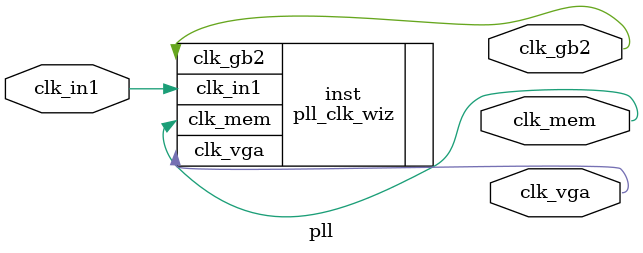
<source format=v>


`timescale 1ps/1ps

(* CORE_GENERATION_INFO = "pll,clk_wiz_v6_0_10_0_0,{component_name=pll,use_phase_alignment=true,use_min_o_jitter=false,use_max_i_jitter=false,use_dyn_phase_shift=false,use_inclk_switchover=false,use_dyn_reconfig=false,enable_axi=0,feedback_source=FDBK_AUTO,PRIMITIVE=MMCM,num_out_clk=3,clkin1_period=40.000,clkin2_period=10.0,use_power_down=false,use_reset=false,use_locked=false,use_inclk_stopped=false,feedback_type=SINGLE,CLOCK_MGR_TYPE=NA,manual_override=false}" *)

module pll 
 (
  // Clock out ports
  output        clk_gb2,
  output        clk_vga,
  output        clk_mem,
 // Clock in ports
  input         clk_in1
 );

  pll_clk_wiz inst
  (
  // Clock out ports  
  .clk_gb2(clk_gb2),
  .clk_vga(clk_vga),
  .clk_mem(clk_mem),
 // Clock in ports
  .clk_in1(clk_in1)
  );

endmodule

</source>
